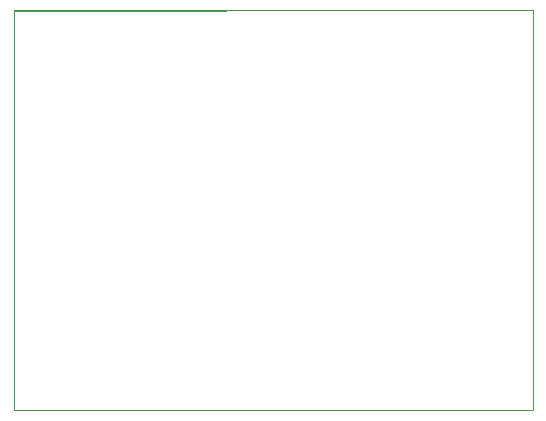
<source format=gbr>
%TF.GenerationSoftware,KiCad,Pcbnew,7.0.7*%
%TF.CreationDate,2023-09-16T19:14:59-07:00*%
%TF.ProjectId,IntroProjectFall2023,496e7472-6f50-4726-9f6a-65637446616c,rev?*%
%TF.SameCoordinates,Original*%
%TF.FileFunction,Profile,NP*%
%FSLAX46Y46*%
G04 Gerber Fmt 4.6, Leading zero omitted, Abs format (unit mm)*
G04 Created by KiCad (PCBNEW 7.0.7) date 2023-09-16 19:14:59*
%MOMM*%
%LPD*%
G01*
G04 APERTURE LIST*
%TA.AperFunction,Profile*%
%ADD10C,0.100000*%
%TD*%
%TA.AperFunction,Profile*%
%ADD11C,0.120000*%
%TD*%
G04 APERTURE END LIST*
D10*
X131780000Y-76310000D02*
X175750000Y-76310000D01*
X175750000Y-110195000D01*
X131780000Y-110195000D01*
X131780000Y-76310000D01*
D11*
%TO.C,J2*%
X149790000Y-76420000D02*
X131790000Y-76420000D01*
%TD*%
M02*

</source>
